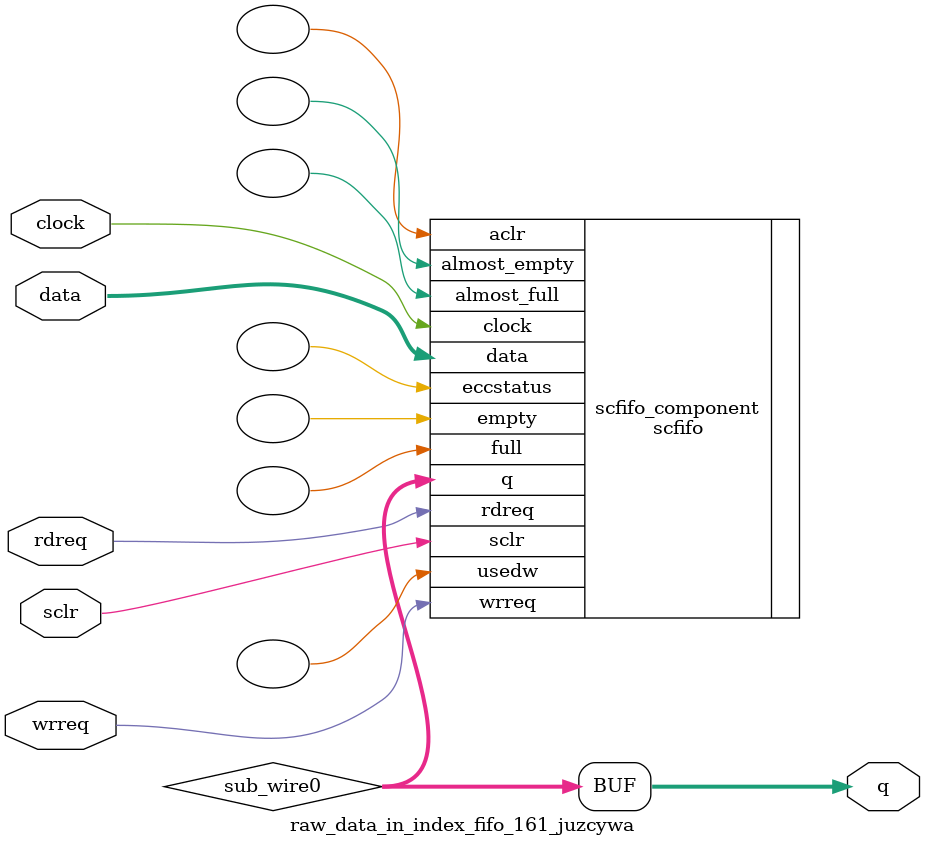
<source format=v>



`timescale 1 ps / 1 ps
// synopsys translate_on
module  raw_data_in_index_fifo_161_juzcywa  (
    clock,
    data,
    rdreq,
    sclr,
    wrreq,
    q);

    input    clock;
    input  [9:0]  data;
    input    rdreq;
    input    sclr;
    input    wrreq;
    output [9:0]  q;

    wire [9:0] sub_wire0;
    wire [9:0] q = sub_wire0[9:0];

    scfifo  scfifo_component (
                .clock (clock),
                .data (data),
                .rdreq (rdreq),
                .sclr (sclr),
                .wrreq (wrreq),
                .q (sub_wire0),
                .aclr (),
                .almost_empty (),
                .almost_full (),
                .eccstatus (),
                .empty (),
                .full (),
                .usedw ());
    defparam
        scfifo_component.add_ram_output_register  = "ON",
        scfifo_component.enable_ecc  = "FALSE",
        scfifo_component.intended_device_family  = "Arria 10",
        scfifo_component.lpm_numwords  = 1024,
        scfifo_component.lpm_showahead  = "OFF",
        scfifo_component.lpm_type  = "scfifo",
        scfifo_component.lpm_width  = 10,
        scfifo_component.lpm_widthu  = 10,
        scfifo_component.overflow_checking  = "ON",
        scfifo_component.underflow_checking  = "ON",
        scfifo_component.use_eab  = "ON";


endmodule



</source>
